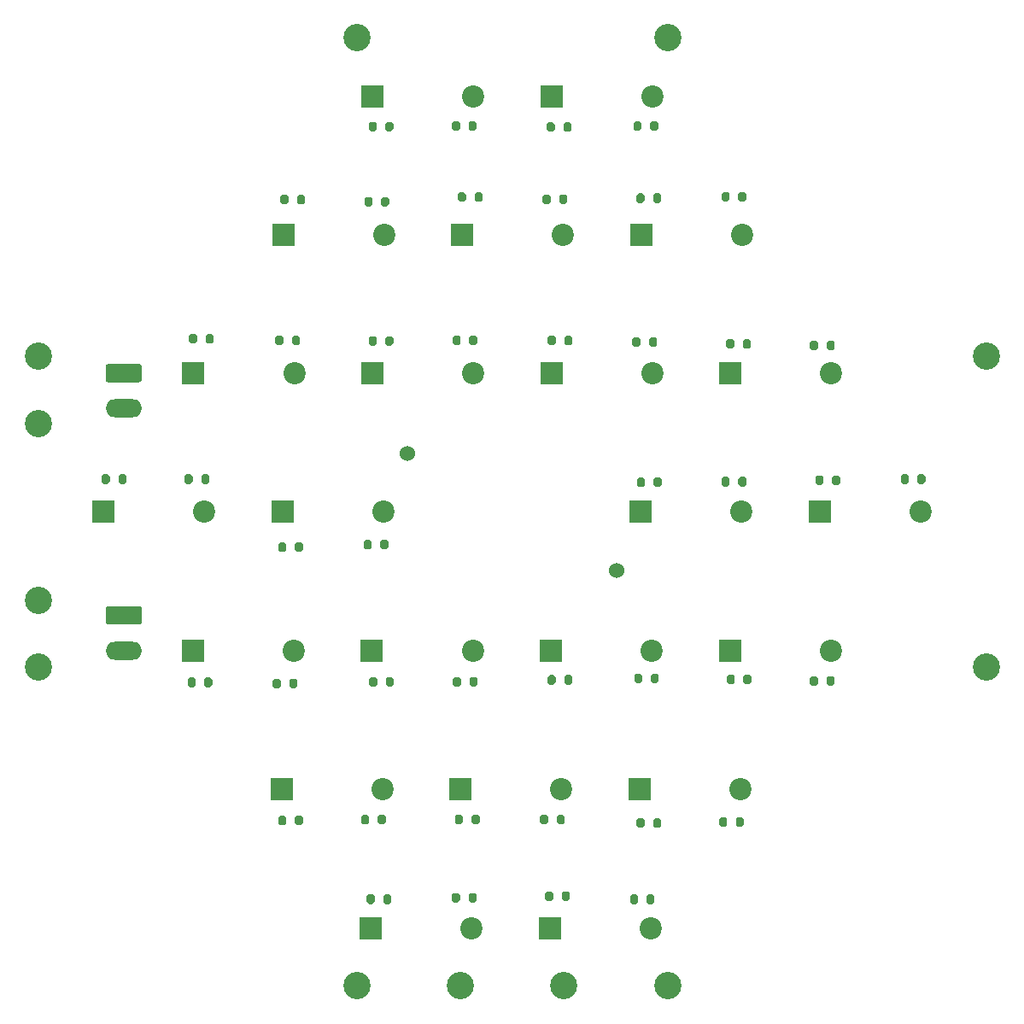
<source format=gbr>
%TF.GenerationSoftware,KiCad,Pcbnew,5.1.10*%
%TF.CreationDate,2021-07-04T18:02:09+02:00*%
%TF.ProjectId,test_16,74657374-5f31-4362-9e6b-696361645f70,0.1*%
%TF.SameCoordinates,Original*%
%TF.FileFunction,Soldermask,Top*%
%TF.FilePolarity,Negative*%
%FSLAX46Y46*%
G04 Gerber Fmt 4.6, Leading zero omitted, Abs format (unit mm)*
G04 Created by KiCad (PCBNEW 5.1.10) date 2021-07-04 18:02:09*
%MOMM*%
%LPD*%
G01*
G04 APERTURE LIST*
%ADD10C,1.524000*%
%ADD11R,2.200000X2.200000*%
%ADD12C,2.200000*%
%ADD13O,3.600000X1.800000*%
%ADD14C,2.700000*%
G04 APERTURE END LIST*
D10*
%TO.C,D1*%
X410362593Y-255788495D03*
X389637407Y-244211505D03*
%TD*%
D11*
%TO.C,LS3*%
X403750000Y-291250000D03*
D12*
X413750000Y-291250000D03*
%TD*%
D11*
%TO.C,LS7*%
X421600000Y-263750000D03*
D12*
X431600000Y-263750000D03*
%TD*%
D11*
%TO.C,LS6*%
X412650000Y-277500000D03*
D12*
X422650000Y-277500000D03*
%TD*%
D11*
%TO.C,LS5*%
X386000000Y-291250000D03*
D12*
X396000000Y-291250000D03*
%TD*%
D11*
%TO.C,LS2*%
X430500000Y-250000000D03*
D12*
X440500000Y-250000000D03*
%TD*%
D11*
%TO.C,LS1*%
X403850000Y-263750000D03*
D12*
X413850000Y-263750000D03*
%TD*%
D11*
%TO.C,LS4*%
X394900000Y-277500000D03*
D12*
X404900000Y-277500000D03*
%TD*%
D11*
%TO.C,LS10*%
X412750000Y-250000000D03*
D12*
X422750000Y-250000000D03*
%TD*%
D11*
%TO.C,LS9*%
X386100000Y-263750000D03*
D12*
X396100000Y-263750000D03*
%TD*%
D11*
%TO.C,LS8*%
X377150000Y-277500000D03*
D12*
X387150000Y-277500000D03*
%TD*%
D11*
%TO.C,LS22*%
X412800000Y-222500000D03*
D12*
X422800000Y-222500000D03*
%TD*%
D11*
%TO.C,LS21*%
X421650000Y-236250000D03*
D12*
X431650000Y-236250000D03*
%TD*%
D11*
%TO.C,LS16*%
X368350000Y-263750000D03*
D12*
X378350000Y-263750000D03*
%TD*%
D11*
%TO.C,LS13*%
X395050000Y-222500000D03*
D12*
X405050000Y-222500000D03*
%TD*%
D11*
%TO.C,LS12*%
X403900000Y-236250000D03*
D12*
X413900000Y-236250000D03*
%TD*%
D11*
%TO.C,LS11*%
X377250000Y-250000000D03*
D12*
X387250000Y-250000000D03*
%TD*%
D11*
%TO.C,LS20*%
X377300000Y-222500000D03*
D12*
X387300000Y-222500000D03*
%TD*%
D11*
%TO.C,LS19*%
X386150000Y-236250000D03*
D12*
X396150000Y-236250000D03*
%TD*%
D11*
%TO.C,LS18*%
X359500000Y-250000000D03*
D12*
X369500000Y-250000000D03*
%TD*%
D11*
%TO.C,LS15*%
X368400000Y-236250000D03*
D12*
X378400000Y-236250000D03*
%TD*%
D11*
%TO.C,LS14*%
X403900000Y-208800000D03*
D12*
X413900000Y-208800000D03*
%TD*%
D11*
%TO.C,LS17*%
X386150000Y-208800000D03*
D12*
X396150000Y-208800000D03*
%TD*%
D13*
%TO.C,J2*%
X361500000Y-239750000D03*
G36*
G01*
X359950000Y-235350000D02*
X363050000Y-235350000D01*
G75*
G02*
X363300000Y-235600000I0J-250000D01*
G01*
X363300000Y-236900000D01*
G75*
G02*
X363050000Y-237150000I-250000J0D01*
G01*
X359950000Y-237150000D01*
G75*
G02*
X359700000Y-236900000I0J250000D01*
G01*
X359700000Y-235600000D01*
G75*
G02*
X359950000Y-235350000I250000J0D01*
G01*
G37*
%TD*%
%TO.C,R40*%
G36*
G01*
X386150000Y-218975000D02*
X386150000Y-219525000D01*
G75*
G02*
X385950000Y-219725000I-200000J0D01*
G01*
X385550000Y-219725000D01*
G75*
G02*
X385350000Y-219525000I0J200000D01*
G01*
X385350000Y-218975000D01*
G75*
G02*
X385550000Y-218775000I200000J0D01*
G01*
X385950000Y-218775000D01*
G75*
G02*
X386150000Y-218975000I0J-200000D01*
G01*
G37*
G36*
G01*
X387800000Y-218975000D02*
X387800000Y-219525000D01*
G75*
G02*
X387600000Y-219725000I-200000J0D01*
G01*
X387200000Y-219725000D01*
G75*
G02*
X387000000Y-219525000I0J200000D01*
G01*
X387000000Y-218975000D01*
G75*
G02*
X387200000Y-218775000I200000J0D01*
G01*
X387600000Y-218775000D01*
G75*
G02*
X387800000Y-218975000I0J-200000D01*
G01*
G37*
%TD*%
%TO.C,R39*%
G36*
G01*
X394900000Y-232725000D02*
X394900000Y-233275000D01*
G75*
G02*
X394700000Y-233475000I-200000J0D01*
G01*
X394300000Y-233475000D01*
G75*
G02*
X394100000Y-233275000I0J200000D01*
G01*
X394100000Y-232725000D01*
G75*
G02*
X394300000Y-232525000I200000J0D01*
G01*
X394700000Y-232525000D01*
G75*
G02*
X394900000Y-232725000I0J-200000D01*
G01*
G37*
G36*
G01*
X396550000Y-232725000D02*
X396550000Y-233275000D01*
G75*
G02*
X396350000Y-233475000I-200000J0D01*
G01*
X395950000Y-233475000D01*
G75*
G02*
X395750000Y-233275000I0J200000D01*
G01*
X395750000Y-232725000D01*
G75*
G02*
X395950000Y-232525000I200000J0D01*
G01*
X396350000Y-232525000D01*
G75*
G02*
X396550000Y-232725000I0J-200000D01*
G01*
G37*
%TD*%
%TO.C,R38*%
G36*
G01*
X368325000Y-246475000D02*
X368325000Y-247025000D01*
G75*
G02*
X368125000Y-247225000I-200000J0D01*
G01*
X367725000Y-247225000D01*
G75*
G02*
X367525000Y-247025000I0J200000D01*
G01*
X367525000Y-246475000D01*
G75*
G02*
X367725000Y-246275000I200000J0D01*
G01*
X368125000Y-246275000D01*
G75*
G02*
X368325000Y-246475000I0J-200000D01*
G01*
G37*
G36*
G01*
X369975000Y-246475000D02*
X369975000Y-247025000D01*
G75*
G02*
X369775000Y-247225000I-200000J0D01*
G01*
X369375000Y-247225000D01*
G75*
G02*
X369175000Y-247025000I0J200000D01*
G01*
X369175000Y-246475000D01*
G75*
G02*
X369375000Y-246275000I200000J0D01*
G01*
X369775000Y-246275000D01*
G75*
G02*
X369975000Y-246475000I0J-200000D01*
G01*
G37*
%TD*%
%TO.C,R36*%
G36*
G01*
X377075000Y-266725000D02*
X377075000Y-267275000D01*
G75*
G02*
X376875000Y-267475000I-200000J0D01*
G01*
X376475000Y-267475000D01*
G75*
G02*
X376275000Y-267275000I0J200000D01*
G01*
X376275000Y-266725000D01*
G75*
G02*
X376475000Y-266525000I200000J0D01*
G01*
X376875000Y-266525000D01*
G75*
G02*
X377075000Y-266725000I0J-200000D01*
G01*
G37*
G36*
G01*
X378725000Y-266725000D02*
X378725000Y-267275000D01*
G75*
G02*
X378525000Y-267475000I-200000J0D01*
G01*
X378125000Y-267475000D01*
G75*
G02*
X377925000Y-267275000I0J200000D01*
G01*
X377925000Y-266725000D01*
G75*
G02*
X378125000Y-266525000I200000J0D01*
G01*
X378525000Y-266525000D01*
G75*
G02*
X378725000Y-266725000I0J-200000D01*
G01*
G37*
%TD*%
%TO.C,R35*%
G36*
G01*
X377325000Y-232725000D02*
X377325000Y-233275000D01*
G75*
G02*
X377125000Y-233475000I-200000J0D01*
G01*
X376725000Y-233475000D01*
G75*
G02*
X376525000Y-233275000I0J200000D01*
G01*
X376525000Y-232725000D01*
G75*
G02*
X376725000Y-232525000I200000J0D01*
G01*
X377125000Y-232525000D01*
G75*
G02*
X377325000Y-232725000I0J-200000D01*
G01*
G37*
G36*
G01*
X378975000Y-232725000D02*
X378975000Y-233275000D01*
G75*
G02*
X378775000Y-233475000I-200000J0D01*
G01*
X378375000Y-233475000D01*
G75*
G02*
X378175000Y-233275000I0J200000D01*
G01*
X378175000Y-232725000D01*
G75*
G02*
X378375000Y-232525000I200000J0D01*
G01*
X378775000Y-232525000D01*
G75*
G02*
X378975000Y-232725000I0J-200000D01*
G01*
G37*
%TD*%
%TO.C,R34*%
G36*
G01*
X412825000Y-211475000D02*
X412825000Y-212025000D01*
G75*
G02*
X412625000Y-212225000I-200000J0D01*
G01*
X412225000Y-212225000D01*
G75*
G02*
X412025000Y-212025000I0J200000D01*
G01*
X412025000Y-211475000D01*
G75*
G02*
X412225000Y-211275000I200000J0D01*
G01*
X412625000Y-211275000D01*
G75*
G02*
X412825000Y-211475000I0J-200000D01*
G01*
G37*
G36*
G01*
X414475000Y-211475000D02*
X414475000Y-212025000D01*
G75*
G02*
X414275000Y-212225000I-200000J0D01*
G01*
X413875000Y-212225000D01*
G75*
G02*
X413675000Y-212025000I0J200000D01*
G01*
X413675000Y-211475000D01*
G75*
G02*
X413875000Y-211275000I200000J0D01*
G01*
X414275000Y-211275000D01*
G75*
G02*
X414475000Y-211475000I0J-200000D01*
G01*
G37*
%TD*%
%TO.C,R33*%
G36*
G01*
X403825000Y-218725000D02*
X403825000Y-219275000D01*
G75*
G02*
X403625000Y-219475000I-200000J0D01*
G01*
X403225000Y-219475000D01*
G75*
G02*
X403025000Y-219275000I0J200000D01*
G01*
X403025000Y-218725000D01*
G75*
G02*
X403225000Y-218525000I200000J0D01*
G01*
X403625000Y-218525000D01*
G75*
G02*
X403825000Y-218725000I0J-200000D01*
G01*
G37*
G36*
G01*
X405475000Y-218725000D02*
X405475000Y-219275000D01*
G75*
G02*
X405275000Y-219475000I-200000J0D01*
G01*
X404875000Y-219475000D01*
G75*
G02*
X404675000Y-219275000I0J200000D01*
G01*
X404675000Y-218725000D01*
G75*
G02*
X404875000Y-218525000I200000J0D01*
G01*
X405275000Y-218525000D01*
G75*
G02*
X405475000Y-218725000I0J-200000D01*
G01*
G37*
%TD*%
%TO.C,R32*%
G36*
G01*
X412725000Y-232875000D02*
X412725000Y-233425000D01*
G75*
G02*
X412525000Y-233625000I-200000J0D01*
G01*
X412125000Y-233625000D01*
G75*
G02*
X411925000Y-233425000I0J200000D01*
G01*
X411925000Y-232875000D01*
G75*
G02*
X412125000Y-232675000I200000J0D01*
G01*
X412525000Y-232675000D01*
G75*
G02*
X412725000Y-232875000I0J-200000D01*
G01*
G37*
G36*
G01*
X414375000Y-232875000D02*
X414375000Y-233425000D01*
G75*
G02*
X414175000Y-233625000I-200000J0D01*
G01*
X413775000Y-233625000D01*
G75*
G02*
X413575000Y-233425000I0J200000D01*
G01*
X413575000Y-232875000D01*
G75*
G02*
X413775000Y-232675000I200000J0D01*
G01*
X414175000Y-232675000D01*
G75*
G02*
X414375000Y-232875000I0J-200000D01*
G01*
G37*
%TD*%
%TO.C,R31*%
G36*
G01*
X386075000Y-252975000D02*
X386075000Y-253525000D01*
G75*
G02*
X385875000Y-253725000I-200000J0D01*
G01*
X385475000Y-253725000D01*
G75*
G02*
X385275000Y-253525000I0J200000D01*
G01*
X385275000Y-252975000D01*
G75*
G02*
X385475000Y-252775000I200000J0D01*
G01*
X385875000Y-252775000D01*
G75*
G02*
X386075000Y-252975000I0J-200000D01*
G01*
G37*
G36*
G01*
X387725000Y-252975000D02*
X387725000Y-253525000D01*
G75*
G02*
X387525000Y-253725000I-200000J0D01*
G01*
X387125000Y-253725000D01*
G75*
G02*
X386925000Y-253525000I0J200000D01*
G01*
X386925000Y-252975000D01*
G75*
G02*
X387125000Y-252775000I200000J0D01*
G01*
X387525000Y-252775000D01*
G75*
G02*
X387725000Y-252975000I0J-200000D01*
G01*
G37*
%TD*%
%TO.C,R30*%
G36*
G01*
X378675000Y-219325000D02*
X378675000Y-218775000D01*
G75*
G02*
X378875000Y-218575000I200000J0D01*
G01*
X379275000Y-218575000D01*
G75*
G02*
X379475000Y-218775000I0J-200000D01*
G01*
X379475000Y-219325000D01*
G75*
G02*
X379275000Y-219525000I-200000J0D01*
G01*
X378875000Y-219525000D01*
G75*
G02*
X378675000Y-219325000I0J200000D01*
G01*
G37*
G36*
G01*
X377025000Y-219325000D02*
X377025000Y-218775000D01*
G75*
G02*
X377225000Y-218575000I200000J0D01*
G01*
X377625000Y-218575000D01*
G75*
G02*
X377825000Y-218775000I0J-200000D01*
G01*
X377825000Y-219325000D01*
G75*
G02*
X377625000Y-219525000I-200000J0D01*
G01*
X377225000Y-219525000D01*
G75*
G02*
X377025000Y-219325000I0J200000D01*
G01*
G37*
%TD*%
%TO.C,R29*%
G36*
G01*
X387425000Y-233325000D02*
X387425000Y-232775000D01*
G75*
G02*
X387625000Y-232575000I200000J0D01*
G01*
X388025000Y-232575000D01*
G75*
G02*
X388225000Y-232775000I0J-200000D01*
G01*
X388225000Y-233325000D01*
G75*
G02*
X388025000Y-233525000I-200000J0D01*
G01*
X387625000Y-233525000D01*
G75*
G02*
X387425000Y-233325000I0J200000D01*
G01*
G37*
G36*
G01*
X385775000Y-233325000D02*
X385775000Y-232775000D01*
G75*
G02*
X385975000Y-232575000I200000J0D01*
G01*
X386375000Y-232575000D01*
G75*
G02*
X386575000Y-232775000I0J-200000D01*
G01*
X386575000Y-233325000D01*
G75*
G02*
X386375000Y-233525000I-200000J0D01*
G01*
X385975000Y-233525000D01*
G75*
G02*
X385775000Y-233325000I0J200000D01*
G01*
G37*
%TD*%
%TO.C,R28*%
G36*
G01*
X360975000Y-247025000D02*
X360975000Y-246475000D01*
G75*
G02*
X361175000Y-246275000I200000J0D01*
G01*
X361575000Y-246275000D01*
G75*
G02*
X361775000Y-246475000I0J-200000D01*
G01*
X361775000Y-247025000D01*
G75*
G02*
X361575000Y-247225000I-200000J0D01*
G01*
X361175000Y-247225000D01*
G75*
G02*
X360975000Y-247025000I0J200000D01*
G01*
G37*
G36*
G01*
X359325000Y-247025000D02*
X359325000Y-246475000D01*
G75*
G02*
X359525000Y-246275000I200000J0D01*
G01*
X359925000Y-246275000D01*
G75*
G02*
X360125000Y-246475000I0J-200000D01*
G01*
X360125000Y-247025000D01*
G75*
G02*
X359925000Y-247225000I-200000J0D01*
G01*
X359525000Y-247225000D01*
G75*
G02*
X359325000Y-247025000I0J200000D01*
G01*
G37*
%TD*%
%TO.C,R26*%
G36*
G01*
X369475000Y-267175000D02*
X369475000Y-266625000D01*
G75*
G02*
X369675000Y-266425000I200000J0D01*
G01*
X370075000Y-266425000D01*
G75*
G02*
X370275000Y-266625000I0J-200000D01*
G01*
X370275000Y-267175000D01*
G75*
G02*
X370075000Y-267375000I-200000J0D01*
G01*
X369675000Y-267375000D01*
G75*
G02*
X369475000Y-267175000I0J200000D01*
G01*
G37*
G36*
G01*
X367825000Y-267175000D02*
X367825000Y-266625000D01*
G75*
G02*
X368025000Y-266425000I200000J0D01*
G01*
X368425000Y-266425000D01*
G75*
G02*
X368625000Y-266625000I0J-200000D01*
G01*
X368625000Y-267175000D01*
G75*
G02*
X368425000Y-267375000I-200000J0D01*
G01*
X368025000Y-267375000D01*
G75*
G02*
X367825000Y-267175000I0J200000D01*
G01*
G37*
%TD*%
%TO.C,R25*%
G36*
G01*
X369625000Y-233125000D02*
X369625000Y-232575000D01*
G75*
G02*
X369825000Y-232375000I200000J0D01*
G01*
X370225000Y-232375000D01*
G75*
G02*
X370425000Y-232575000I0J-200000D01*
G01*
X370425000Y-233125000D01*
G75*
G02*
X370225000Y-233325000I-200000J0D01*
G01*
X369825000Y-233325000D01*
G75*
G02*
X369625000Y-233125000I0J200000D01*
G01*
G37*
G36*
G01*
X367975000Y-233125000D02*
X367975000Y-232575000D01*
G75*
G02*
X368175000Y-232375000I200000J0D01*
G01*
X368575000Y-232375000D01*
G75*
G02*
X368775000Y-232575000I0J-200000D01*
G01*
X368775000Y-233125000D01*
G75*
G02*
X368575000Y-233325000I-200000J0D01*
G01*
X368175000Y-233325000D01*
G75*
G02*
X367975000Y-233125000I0J200000D01*
G01*
G37*
%TD*%
%TO.C,R24*%
G36*
G01*
X405075000Y-212125000D02*
X405075000Y-211575000D01*
G75*
G02*
X405275000Y-211375000I200000J0D01*
G01*
X405675000Y-211375000D01*
G75*
G02*
X405875000Y-211575000I0J-200000D01*
G01*
X405875000Y-212125000D01*
G75*
G02*
X405675000Y-212325000I-200000J0D01*
G01*
X405275000Y-212325000D01*
G75*
G02*
X405075000Y-212125000I0J200000D01*
G01*
G37*
G36*
G01*
X403425000Y-212125000D02*
X403425000Y-211575000D01*
G75*
G02*
X403625000Y-211375000I200000J0D01*
G01*
X404025000Y-211375000D01*
G75*
G02*
X404225000Y-211575000I0J-200000D01*
G01*
X404225000Y-212125000D01*
G75*
G02*
X404025000Y-212325000I-200000J0D01*
G01*
X403625000Y-212325000D01*
G75*
G02*
X403425000Y-212125000I0J200000D01*
G01*
G37*
%TD*%
%TO.C,R23*%
G36*
G01*
X396275000Y-219075000D02*
X396275000Y-218525000D01*
G75*
G02*
X396475000Y-218325000I200000J0D01*
G01*
X396875000Y-218325000D01*
G75*
G02*
X397075000Y-218525000I0J-200000D01*
G01*
X397075000Y-219075000D01*
G75*
G02*
X396875000Y-219275000I-200000J0D01*
G01*
X396475000Y-219275000D01*
G75*
G02*
X396275000Y-219075000I0J200000D01*
G01*
G37*
G36*
G01*
X394625000Y-219075000D02*
X394625000Y-218525000D01*
G75*
G02*
X394825000Y-218325000I200000J0D01*
G01*
X395225000Y-218325000D01*
G75*
G02*
X395425000Y-218525000I0J-200000D01*
G01*
X395425000Y-219075000D01*
G75*
G02*
X395225000Y-219275000I-200000J0D01*
G01*
X394825000Y-219275000D01*
G75*
G02*
X394625000Y-219075000I0J200000D01*
G01*
G37*
%TD*%
%TO.C,R22*%
G36*
G01*
X405175000Y-233275000D02*
X405175000Y-232725000D01*
G75*
G02*
X405375000Y-232525000I200000J0D01*
G01*
X405775000Y-232525000D01*
G75*
G02*
X405975000Y-232725000I0J-200000D01*
G01*
X405975000Y-233275000D01*
G75*
G02*
X405775000Y-233475000I-200000J0D01*
G01*
X405375000Y-233475000D01*
G75*
G02*
X405175000Y-233275000I0J200000D01*
G01*
G37*
G36*
G01*
X403525000Y-233275000D02*
X403525000Y-232725000D01*
G75*
G02*
X403725000Y-232525000I200000J0D01*
G01*
X404125000Y-232525000D01*
G75*
G02*
X404325000Y-232725000I0J-200000D01*
G01*
X404325000Y-233275000D01*
G75*
G02*
X404125000Y-233475000I-200000J0D01*
G01*
X403725000Y-233475000D01*
G75*
G02*
X403525000Y-233275000I0J200000D01*
G01*
G37*
%TD*%
%TO.C,R21*%
G36*
G01*
X378475000Y-253775000D02*
X378475000Y-253225000D01*
G75*
G02*
X378675000Y-253025000I200000J0D01*
G01*
X379075000Y-253025000D01*
G75*
G02*
X379275000Y-253225000I0J-200000D01*
G01*
X379275000Y-253775000D01*
G75*
G02*
X379075000Y-253975000I-200000J0D01*
G01*
X378675000Y-253975000D01*
G75*
G02*
X378475000Y-253775000I0J200000D01*
G01*
G37*
G36*
G01*
X376825000Y-253775000D02*
X376825000Y-253225000D01*
G75*
G02*
X377025000Y-253025000I200000J0D01*
G01*
X377425000Y-253025000D01*
G75*
G02*
X377625000Y-253225000I0J-200000D01*
G01*
X377625000Y-253775000D01*
G75*
G02*
X377425000Y-253975000I-200000J0D01*
G01*
X377025000Y-253975000D01*
G75*
G02*
X376825000Y-253775000I0J200000D01*
G01*
G37*
%TD*%
%TO.C,R37*%
G36*
G01*
X394825000Y-211475000D02*
X394825000Y-212025000D01*
G75*
G02*
X394625000Y-212225000I-200000J0D01*
G01*
X394225000Y-212225000D01*
G75*
G02*
X394025000Y-212025000I0J200000D01*
G01*
X394025000Y-211475000D01*
G75*
G02*
X394225000Y-211275000I200000J0D01*
G01*
X394625000Y-211275000D01*
G75*
G02*
X394825000Y-211475000I0J-200000D01*
G01*
G37*
G36*
G01*
X396475000Y-211475000D02*
X396475000Y-212025000D01*
G75*
G02*
X396275000Y-212225000I-200000J0D01*
G01*
X395875000Y-212225000D01*
G75*
G02*
X395675000Y-212025000I0J200000D01*
G01*
X395675000Y-211475000D01*
G75*
G02*
X395875000Y-211275000I200000J0D01*
G01*
X396275000Y-211275000D01*
G75*
G02*
X396475000Y-211475000I0J-200000D01*
G01*
G37*
%TD*%
%TO.C,R20*%
G36*
G01*
X421575000Y-246725000D02*
X421575000Y-247275000D01*
G75*
G02*
X421375000Y-247475000I-200000J0D01*
G01*
X420975000Y-247475000D01*
G75*
G02*
X420775000Y-247275000I0J200000D01*
G01*
X420775000Y-246725000D01*
G75*
G02*
X420975000Y-246525000I200000J0D01*
G01*
X421375000Y-246525000D01*
G75*
G02*
X421575000Y-246725000I0J-200000D01*
G01*
G37*
G36*
G01*
X423225000Y-246725000D02*
X423225000Y-247275000D01*
G75*
G02*
X423025000Y-247475000I-200000J0D01*
G01*
X422625000Y-247475000D01*
G75*
G02*
X422425000Y-247275000I0J200000D01*
G01*
X422425000Y-246725000D01*
G75*
G02*
X422625000Y-246525000I200000J0D01*
G01*
X423025000Y-246525000D01*
G75*
G02*
X423225000Y-246725000I0J-200000D01*
G01*
G37*
%TD*%
%TO.C,R19*%
G36*
G01*
X394925000Y-266575000D02*
X394925000Y-267125000D01*
G75*
G02*
X394725000Y-267325000I-200000J0D01*
G01*
X394325000Y-267325000D01*
G75*
G02*
X394125000Y-267125000I0J200000D01*
G01*
X394125000Y-266575000D01*
G75*
G02*
X394325000Y-266375000I200000J0D01*
G01*
X394725000Y-266375000D01*
G75*
G02*
X394925000Y-266575000I0J-200000D01*
G01*
G37*
G36*
G01*
X396575000Y-266575000D02*
X396575000Y-267125000D01*
G75*
G02*
X396375000Y-267325000I-200000J0D01*
G01*
X395975000Y-267325000D01*
G75*
G02*
X395775000Y-267125000I0J200000D01*
G01*
X395775000Y-266575000D01*
G75*
G02*
X395975000Y-266375000I200000J0D01*
G01*
X396375000Y-266375000D01*
G75*
G02*
X396575000Y-266575000I0J-200000D01*
G01*
G37*
%TD*%
%TO.C,R18*%
G36*
G01*
X385825000Y-280225000D02*
X385825000Y-280775000D01*
G75*
G02*
X385625000Y-280975000I-200000J0D01*
G01*
X385225000Y-280975000D01*
G75*
G02*
X385025000Y-280775000I0J200000D01*
G01*
X385025000Y-280225000D01*
G75*
G02*
X385225000Y-280025000I200000J0D01*
G01*
X385625000Y-280025000D01*
G75*
G02*
X385825000Y-280225000I0J-200000D01*
G01*
G37*
G36*
G01*
X387475000Y-280225000D02*
X387475000Y-280775000D01*
G75*
G02*
X387275000Y-280975000I-200000J0D01*
G01*
X386875000Y-280975000D01*
G75*
G02*
X386675000Y-280775000I0J200000D01*
G01*
X386675000Y-280225000D01*
G75*
G02*
X386875000Y-280025000I200000J0D01*
G01*
X387275000Y-280025000D01*
G75*
G02*
X387475000Y-280225000I0J-200000D01*
G01*
G37*
%TD*%
%TO.C,R17*%
G36*
G01*
X430325000Y-266475000D02*
X430325000Y-267025000D01*
G75*
G02*
X430125000Y-267225000I-200000J0D01*
G01*
X429725000Y-267225000D01*
G75*
G02*
X429525000Y-267025000I0J200000D01*
G01*
X429525000Y-266475000D01*
G75*
G02*
X429725000Y-266275000I200000J0D01*
G01*
X430125000Y-266275000D01*
G75*
G02*
X430325000Y-266475000I0J-200000D01*
G01*
G37*
G36*
G01*
X431975000Y-266475000D02*
X431975000Y-267025000D01*
G75*
G02*
X431775000Y-267225000I-200000J0D01*
G01*
X431375000Y-267225000D01*
G75*
G02*
X431175000Y-267025000I0J200000D01*
G01*
X431175000Y-266475000D01*
G75*
G02*
X431375000Y-266275000I200000J0D01*
G01*
X431775000Y-266275000D01*
G75*
G02*
X431975000Y-266475000I0J-200000D01*
G01*
G37*
%TD*%
%TO.C,R16*%
G36*
G01*
X421325000Y-280475000D02*
X421325000Y-281025000D01*
G75*
G02*
X421125000Y-281225000I-200000J0D01*
G01*
X420725000Y-281225000D01*
G75*
G02*
X420525000Y-281025000I0J200000D01*
G01*
X420525000Y-280475000D01*
G75*
G02*
X420725000Y-280275000I200000J0D01*
G01*
X421125000Y-280275000D01*
G75*
G02*
X421325000Y-280475000I0J-200000D01*
G01*
G37*
G36*
G01*
X422975000Y-280475000D02*
X422975000Y-281025000D01*
G75*
G02*
X422775000Y-281225000I-200000J0D01*
G01*
X422375000Y-281225000D01*
G75*
G02*
X422175000Y-281025000I0J200000D01*
G01*
X422175000Y-280475000D01*
G75*
G02*
X422375000Y-280275000I200000J0D01*
G01*
X422775000Y-280275000D01*
G75*
G02*
X422975000Y-280475000I0J-200000D01*
G01*
G37*
%TD*%
%TO.C,R15*%
G36*
G01*
X394825000Y-287975000D02*
X394825000Y-288525000D01*
G75*
G02*
X394625000Y-288725000I-200000J0D01*
G01*
X394225000Y-288725000D01*
G75*
G02*
X394025000Y-288525000I0J200000D01*
G01*
X394025000Y-287975000D01*
G75*
G02*
X394225000Y-287775000I200000J0D01*
G01*
X394625000Y-287775000D01*
G75*
G02*
X394825000Y-287975000I0J-200000D01*
G01*
G37*
G36*
G01*
X396475000Y-287975000D02*
X396475000Y-288525000D01*
G75*
G02*
X396275000Y-288725000I-200000J0D01*
G01*
X395875000Y-288725000D01*
G75*
G02*
X395675000Y-288525000I0J200000D01*
G01*
X395675000Y-287975000D01*
G75*
G02*
X395875000Y-287775000I200000J0D01*
G01*
X396275000Y-287775000D01*
G75*
G02*
X396475000Y-287975000I0J-200000D01*
G01*
G37*
%TD*%
%TO.C,R14*%
G36*
G01*
X403575000Y-280225000D02*
X403575000Y-280775000D01*
G75*
G02*
X403375000Y-280975000I-200000J0D01*
G01*
X402975000Y-280975000D01*
G75*
G02*
X402775000Y-280775000I0J200000D01*
G01*
X402775000Y-280225000D01*
G75*
G02*
X402975000Y-280025000I200000J0D01*
G01*
X403375000Y-280025000D01*
G75*
G02*
X403575000Y-280225000I0J-200000D01*
G01*
G37*
G36*
G01*
X405225000Y-280225000D02*
X405225000Y-280775000D01*
G75*
G02*
X405025000Y-280975000I-200000J0D01*
G01*
X404625000Y-280975000D01*
G75*
G02*
X404425000Y-280775000I0J200000D01*
G01*
X404425000Y-280225000D01*
G75*
G02*
X404625000Y-280025000I200000J0D01*
G01*
X405025000Y-280025000D01*
G75*
G02*
X405225000Y-280225000I0J-200000D01*
G01*
G37*
%TD*%
%TO.C,R13*%
G36*
G01*
X412475000Y-288125000D02*
X412475000Y-288675000D01*
G75*
G02*
X412275000Y-288875000I-200000J0D01*
G01*
X411875000Y-288875000D01*
G75*
G02*
X411675000Y-288675000I0J200000D01*
G01*
X411675000Y-288125000D01*
G75*
G02*
X411875000Y-287925000I200000J0D01*
G01*
X412275000Y-287925000D01*
G75*
G02*
X412475000Y-288125000I0J-200000D01*
G01*
G37*
G36*
G01*
X414125000Y-288125000D02*
X414125000Y-288675000D01*
G75*
G02*
X413925000Y-288875000I-200000J0D01*
G01*
X413525000Y-288875000D01*
G75*
G02*
X413325000Y-288675000I0J200000D01*
G01*
X413325000Y-288125000D01*
G75*
G02*
X413525000Y-287925000I200000J0D01*
G01*
X413925000Y-287925000D01*
G75*
G02*
X414125000Y-288125000I0J-200000D01*
G01*
G37*
%TD*%
%TO.C,R12*%
G36*
G01*
X439325000Y-246475000D02*
X439325000Y-247025000D01*
G75*
G02*
X439125000Y-247225000I-200000J0D01*
G01*
X438725000Y-247225000D01*
G75*
G02*
X438525000Y-247025000I0J200000D01*
G01*
X438525000Y-246475000D01*
G75*
G02*
X438725000Y-246275000I200000J0D01*
G01*
X439125000Y-246275000D01*
G75*
G02*
X439325000Y-246475000I0J-200000D01*
G01*
G37*
G36*
G01*
X440975000Y-246475000D02*
X440975000Y-247025000D01*
G75*
G02*
X440775000Y-247225000I-200000J0D01*
G01*
X440375000Y-247225000D01*
G75*
G02*
X440175000Y-247025000I0J200000D01*
G01*
X440175000Y-246475000D01*
G75*
G02*
X440375000Y-246275000I200000J0D01*
G01*
X440775000Y-246275000D01*
G75*
G02*
X440975000Y-246475000I0J-200000D01*
G01*
G37*
%TD*%
%TO.C,R11*%
G36*
G01*
X412900000Y-266225000D02*
X412900000Y-266775000D01*
G75*
G02*
X412700000Y-266975000I-200000J0D01*
G01*
X412300000Y-266975000D01*
G75*
G02*
X412100000Y-266775000I0J200000D01*
G01*
X412100000Y-266225000D01*
G75*
G02*
X412300000Y-266025000I200000J0D01*
G01*
X412700000Y-266025000D01*
G75*
G02*
X412900000Y-266225000I0J-200000D01*
G01*
G37*
G36*
G01*
X414550000Y-266225000D02*
X414550000Y-266775000D01*
G75*
G02*
X414350000Y-266975000I-200000J0D01*
G01*
X413950000Y-266975000D01*
G75*
G02*
X413750000Y-266775000I0J200000D01*
G01*
X413750000Y-266225000D01*
G75*
G02*
X413950000Y-266025000I200000J0D01*
G01*
X414350000Y-266025000D01*
G75*
G02*
X414550000Y-266225000I0J-200000D01*
G01*
G37*
%TD*%
%TO.C,R44*%
G36*
G01*
X421575000Y-218475000D02*
X421575000Y-219025000D01*
G75*
G02*
X421375000Y-219225000I-200000J0D01*
G01*
X420975000Y-219225000D01*
G75*
G02*
X420775000Y-219025000I0J200000D01*
G01*
X420775000Y-218475000D01*
G75*
G02*
X420975000Y-218275000I200000J0D01*
G01*
X421375000Y-218275000D01*
G75*
G02*
X421575000Y-218475000I0J-200000D01*
G01*
G37*
G36*
G01*
X423225000Y-218475000D02*
X423225000Y-219025000D01*
G75*
G02*
X423025000Y-219225000I-200000J0D01*
G01*
X422625000Y-219225000D01*
G75*
G02*
X422425000Y-219025000I0J200000D01*
G01*
X422425000Y-218475000D01*
G75*
G02*
X422625000Y-218275000I200000J0D01*
G01*
X423025000Y-218275000D01*
G75*
G02*
X423225000Y-218475000I0J-200000D01*
G01*
G37*
%TD*%
%TO.C,R43*%
G36*
G01*
X430325000Y-233225000D02*
X430325000Y-233775000D01*
G75*
G02*
X430125000Y-233975000I-200000J0D01*
G01*
X429725000Y-233975000D01*
G75*
G02*
X429525000Y-233775000I0J200000D01*
G01*
X429525000Y-233225000D01*
G75*
G02*
X429725000Y-233025000I200000J0D01*
G01*
X430125000Y-233025000D01*
G75*
G02*
X430325000Y-233225000I0J-200000D01*
G01*
G37*
G36*
G01*
X431975000Y-233225000D02*
X431975000Y-233775000D01*
G75*
G02*
X431775000Y-233975000I-200000J0D01*
G01*
X431375000Y-233975000D01*
G75*
G02*
X431175000Y-233775000I0J200000D01*
G01*
X431175000Y-233225000D01*
G75*
G02*
X431375000Y-233025000I200000J0D01*
G01*
X431775000Y-233025000D01*
G75*
G02*
X431975000Y-233225000I0J-200000D01*
G01*
G37*
%TD*%
%TO.C,R27*%
G36*
G01*
X387425000Y-212075000D02*
X387425000Y-211525000D01*
G75*
G02*
X387625000Y-211325000I200000J0D01*
G01*
X388025000Y-211325000D01*
G75*
G02*
X388225000Y-211525000I0J-200000D01*
G01*
X388225000Y-212075000D01*
G75*
G02*
X388025000Y-212275000I-200000J0D01*
G01*
X387625000Y-212275000D01*
G75*
G02*
X387425000Y-212075000I0J200000D01*
G01*
G37*
G36*
G01*
X385775000Y-212075000D02*
X385775000Y-211525000D01*
G75*
G02*
X385975000Y-211325000I200000J0D01*
G01*
X386375000Y-211325000D01*
G75*
G02*
X386575000Y-211525000I0J-200000D01*
G01*
X386575000Y-212075000D01*
G75*
G02*
X386375000Y-212275000I-200000J0D01*
G01*
X385975000Y-212275000D01*
G75*
G02*
X385775000Y-212075000I0J200000D01*
G01*
G37*
%TD*%
%TO.C,R10*%
G36*
G01*
X414025000Y-247325000D02*
X414025000Y-246775000D01*
G75*
G02*
X414225000Y-246575000I200000J0D01*
G01*
X414625000Y-246575000D01*
G75*
G02*
X414825000Y-246775000I0J-200000D01*
G01*
X414825000Y-247325000D01*
G75*
G02*
X414625000Y-247525000I-200000J0D01*
G01*
X414225000Y-247525000D01*
G75*
G02*
X414025000Y-247325000I0J200000D01*
G01*
G37*
G36*
G01*
X412375000Y-247325000D02*
X412375000Y-246775000D01*
G75*
G02*
X412575000Y-246575000I200000J0D01*
G01*
X412975000Y-246575000D01*
G75*
G02*
X413175000Y-246775000I0J-200000D01*
G01*
X413175000Y-247325000D01*
G75*
G02*
X412975000Y-247525000I-200000J0D01*
G01*
X412575000Y-247525000D01*
G75*
G02*
X412375000Y-247325000I0J200000D01*
G01*
G37*
%TD*%
%TO.C,R9*%
G36*
G01*
X387475000Y-267125000D02*
X387475000Y-266575000D01*
G75*
G02*
X387675000Y-266375000I200000J0D01*
G01*
X388075000Y-266375000D01*
G75*
G02*
X388275000Y-266575000I0J-200000D01*
G01*
X388275000Y-267125000D01*
G75*
G02*
X388075000Y-267325000I-200000J0D01*
G01*
X387675000Y-267325000D01*
G75*
G02*
X387475000Y-267125000I0J200000D01*
G01*
G37*
G36*
G01*
X385825000Y-267125000D02*
X385825000Y-266575000D01*
G75*
G02*
X386025000Y-266375000I200000J0D01*
G01*
X386425000Y-266375000D01*
G75*
G02*
X386625000Y-266575000I0J-200000D01*
G01*
X386625000Y-267125000D01*
G75*
G02*
X386425000Y-267325000I-200000J0D01*
G01*
X386025000Y-267325000D01*
G75*
G02*
X385825000Y-267125000I0J200000D01*
G01*
G37*
%TD*%
%TO.C,R8*%
G36*
G01*
X378475000Y-280875000D02*
X378475000Y-280325000D01*
G75*
G02*
X378675000Y-280125000I200000J0D01*
G01*
X379075000Y-280125000D01*
G75*
G02*
X379275000Y-280325000I0J-200000D01*
G01*
X379275000Y-280875000D01*
G75*
G02*
X379075000Y-281075000I-200000J0D01*
G01*
X378675000Y-281075000D01*
G75*
G02*
X378475000Y-280875000I0J200000D01*
G01*
G37*
G36*
G01*
X376825000Y-280875000D02*
X376825000Y-280325000D01*
G75*
G02*
X377025000Y-280125000I200000J0D01*
G01*
X377425000Y-280125000D01*
G75*
G02*
X377625000Y-280325000I0J-200000D01*
G01*
X377625000Y-280875000D01*
G75*
G02*
X377425000Y-281075000I-200000J0D01*
G01*
X377025000Y-281075000D01*
G75*
G02*
X376825000Y-280875000I0J200000D01*
G01*
G37*
%TD*%
%TO.C,R7*%
G36*
G01*
X422925000Y-266875000D02*
X422925000Y-266325000D01*
G75*
G02*
X423125000Y-266125000I200000J0D01*
G01*
X423525000Y-266125000D01*
G75*
G02*
X423725000Y-266325000I0J-200000D01*
G01*
X423725000Y-266875000D01*
G75*
G02*
X423525000Y-267075000I-200000J0D01*
G01*
X423125000Y-267075000D01*
G75*
G02*
X422925000Y-266875000I0J200000D01*
G01*
G37*
G36*
G01*
X421275000Y-266875000D02*
X421275000Y-266325000D01*
G75*
G02*
X421475000Y-266125000I200000J0D01*
G01*
X421875000Y-266125000D01*
G75*
G02*
X422075000Y-266325000I0J-200000D01*
G01*
X422075000Y-266875000D01*
G75*
G02*
X421875000Y-267075000I-200000J0D01*
G01*
X421475000Y-267075000D01*
G75*
G02*
X421275000Y-266875000I0J200000D01*
G01*
G37*
%TD*%
%TO.C,R6*%
G36*
G01*
X413975000Y-281125000D02*
X413975000Y-280575000D01*
G75*
G02*
X414175000Y-280375000I200000J0D01*
G01*
X414575000Y-280375000D01*
G75*
G02*
X414775000Y-280575000I0J-200000D01*
G01*
X414775000Y-281125000D01*
G75*
G02*
X414575000Y-281325000I-200000J0D01*
G01*
X414175000Y-281325000D01*
G75*
G02*
X413975000Y-281125000I0J200000D01*
G01*
G37*
G36*
G01*
X412325000Y-281125000D02*
X412325000Y-280575000D01*
G75*
G02*
X412525000Y-280375000I200000J0D01*
G01*
X412925000Y-280375000D01*
G75*
G02*
X413125000Y-280575000I0J-200000D01*
G01*
X413125000Y-281125000D01*
G75*
G02*
X412925000Y-281325000I-200000J0D01*
G01*
X412525000Y-281325000D01*
G75*
G02*
X412325000Y-281125000I0J200000D01*
G01*
G37*
%TD*%
%TO.C,R5*%
G36*
G01*
X387225000Y-288675000D02*
X387225000Y-288125000D01*
G75*
G02*
X387425000Y-287925000I200000J0D01*
G01*
X387825000Y-287925000D01*
G75*
G02*
X388025000Y-288125000I0J-200000D01*
G01*
X388025000Y-288675000D01*
G75*
G02*
X387825000Y-288875000I-200000J0D01*
G01*
X387425000Y-288875000D01*
G75*
G02*
X387225000Y-288675000I0J200000D01*
G01*
G37*
G36*
G01*
X385575000Y-288675000D02*
X385575000Y-288125000D01*
G75*
G02*
X385775000Y-287925000I200000J0D01*
G01*
X386175000Y-287925000D01*
G75*
G02*
X386375000Y-288125000I0J-200000D01*
G01*
X386375000Y-288675000D01*
G75*
G02*
X386175000Y-288875000I-200000J0D01*
G01*
X385775000Y-288875000D01*
G75*
G02*
X385575000Y-288675000I0J200000D01*
G01*
G37*
%TD*%
%TO.C,R4*%
G36*
G01*
X395975000Y-280775000D02*
X395975000Y-280225000D01*
G75*
G02*
X396175000Y-280025000I200000J0D01*
G01*
X396575000Y-280025000D01*
G75*
G02*
X396775000Y-280225000I0J-200000D01*
G01*
X396775000Y-280775000D01*
G75*
G02*
X396575000Y-280975000I-200000J0D01*
G01*
X396175000Y-280975000D01*
G75*
G02*
X395975000Y-280775000I0J200000D01*
G01*
G37*
G36*
G01*
X394325000Y-280775000D02*
X394325000Y-280225000D01*
G75*
G02*
X394525000Y-280025000I200000J0D01*
G01*
X394925000Y-280025000D01*
G75*
G02*
X395125000Y-280225000I0J-200000D01*
G01*
X395125000Y-280775000D01*
G75*
G02*
X394925000Y-280975000I-200000J0D01*
G01*
X394525000Y-280975000D01*
G75*
G02*
X394325000Y-280775000I0J200000D01*
G01*
G37*
%TD*%
%TO.C,R3*%
G36*
G01*
X404925000Y-288375000D02*
X404925000Y-287825000D01*
G75*
G02*
X405125000Y-287625000I200000J0D01*
G01*
X405525000Y-287625000D01*
G75*
G02*
X405725000Y-287825000I0J-200000D01*
G01*
X405725000Y-288375000D01*
G75*
G02*
X405525000Y-288575000I-200000J0D01*
G01*
X405125000Y-288575000D01*
G75*
G02*
X404925000Y-288375000I0J200000D01*
G01*
G37*
G36*
G01*
X403275000Y-288375000D02*
X403275000Y-287825000D01*
G75*
G02*
X403475000Y-287625000I200000J0D01*
G01*
X403875000Y-287625000D01*
G75*
G02*
X404075000Y-287825000I0J-200000D01*
G01*
X404075000Y-288375000D01*
G75*
G02*
X403875000Y-288575000I-200000J0D01*
G01*
X403475000Y-288575000D01*
G75*
G02*
X403275000Y-288375000I0J200000D01*
G01*
G37*
%TD*%
%TO.C,R2*%
G36*
G01*
X431725000Y-247125000D02*
X431725000Y-246575000D01*
G75*
G02*
X431925000Y-246375000I200000J0D01*
G01*
X432325000Y-246375000D01*
G75*
G02*
X432525000Y-246575000I0J-200000D01*
G01*
X432525000Y-247125000D01*
G75*
G02*
X432325000Y-247325000I-200000J0D01*
G01*
X431925000Y-247325000D01*
G75*
G02*
X431725000Y-247125000I0J200000D01*
G01*
G37*
G36*
G01*
X430075000Y-247125000D02*
X430075000Y-246575000D01*
G75*
G02*
X430275000Y-246375000I200000J0D01*
G01*
X430675000Y-246375000D01*
G75*
G02*
X430875000Y-246575000I0J-200000D01*
G01*
X430875000Y-247125000D01*
G75*
G02*
X430675000Y-247325000I-200000J0D01*
G01*
X430275000Y-247325000D01*
G75*
G02*
X430075000Y-247125000I0J200000D01*
G01*
G37*
%TD*%
%TO.C,R1*%
G36*
G01*
X405175000Y-266925000D02*
X405175000Y-266375000D01*
G75*
G02*
X405375000Y-266175000I200000J0D01*
G01*
X405775000Y-266175000D01*
G75*
G02*
X405975000Y-266375000I0J-200000D01*
G01*
X405975000Y-266925000D01*
G75*
G02*
X405775000Y-267125000I-200000J0D01*
G01*
X405375000Y-267125000D01*
G75*
G02*
X405175000Y-266925000I0J200000D01*
G01*
G37*
G36*
G01*
X403525000Y-266925000D02*
X403525000Y-266375000D01*
G75*
G02*
X403725000Y-266175000I200000J0D01*
G01*
X404125000Y-266175000D01*
G75*
G02*
X404325000Y-266375000I0J-200000D01*
G01*
X404325000Y-266925000D01*
G75*
G02*
X404125000Y-267125000I-200000J0D01*
G01*
X403725000Y-267125000D01*
G75*
G02*
X403525000Y-266925000I0J200000D01*
G01*
G37*
%TD*%
%TO.C,R42*%
G36*
G01*
X413975000Y-219175000D02*
X413975000Y-218625000D01*
G75*
G02*
X414175000Y-218425000I200000J0D01*
G01*
X414575000Y-218425000D01*
G75*
G02*
X414775000Y-218625000I0J-200000D01*
G01*
X414775000Y-219175000D01*
G75*
G02*
X414575000Y-219375000I-200000J0D01*
G01*
X414175000Y-219375000D01*
G75*
G02*
X413975000Y-219175000I0J200000D01*
G01*
G37*
G36*
G01*
X412325000Y-219175000D02*
X412325000Y-218625000D01*
G75*
G02*
X412525000Y-218425000I200000J0D01*
G01*
X412925000Y-218425000D01*
G75*
G02*
X413125000Y-218625000I0J-200000D01*
G01*
X413125000Y-219175000D01*
G75*
G02*
X412925000Y-219375000I-200000J0D01*
G01*
X412525000Y-219375000D01*
G75*
G02*
X412325000Y-219175000I0J200000D01*
G01*
G37*
%TD*%
%TO.C,R41*%
G36*
G01*
X422875000Y-233625000D02*
X422875000Y-233075000D01*
G75*
G02*
X423075000Y-232875000I200000J0D01*
G01*
X423475000Y-232875000D01*
G75*
G02*
X423675000Y-233075000I0J-200000D01*
G01*
X423675000Y-233625000D01*
G75*
G02*
X423475000Y-233825000I-200000J0D01*
G01*
X423075000Y-233825000D01*
G75*
G02*
X422875000Y-233625000I0J200000D01*
G01*
G37*
G36*
G01*
X421225000Y-233625000D02*
X421225000Y-233075000D01*
G75*
G02*
X421425000Y-232875000I200000J0D01*
G01*
X421825000Y-232875000D01*
G75*
G02*
X422025000Y-233075000I0J-200000D01*
G01*
X422025000Y-233625000D01*
G75*
G02*
X421825000Y-233825000I-200000J0D01*
G01*
X421425000Y-233825000D01*
G75*
G02*
X421225000Y-233625000I0J200000D01*
G01*
G37*
%TD*%
%TO.C,J1*%
X361500000Y-263750000D03*
G36*
G01*
X359950000Y-259350000D02*
X363050000Y-259350000D01*
G75*
G02*
X363300000Y-259600000I0J-250000D01*
G01*
X363300000Y-260900000D01*
G75*
G02*
X363050000Y-261150000I-250000J0D01*
G01*
X359950000Y-261150000D01*
G75*
G02*
X359700000Y-260900000I0J250000D01*
G01*
X359700000Y-259600000D01*
G75*
G02*
X359950000Y-259350000I250000J0D01*
G01*
G37*
%TD*%
D14*
%TO.C,H12*%
X394866666Y-297000000D03*
%TD*%
%TO.C,H11*%
X405133332Y-297000000D03*
%TD*%
%TO.C,H10*%
X384600000Y-203000000D03*
%TD*%
%TO.C,H9*%
X415400000Y-297000000D03*
%TD*%
%TO.C,H8*%
X447000000Y-234600000D03*
%TD*%
%TO.C,H7*%
X447000000Y-265400000D03*
%TD*%
%TO.C,H6*%
X353000000Y-258736250D03*
%TD*%
%TO.C,H5*%
X353000000Y-241263750D03*
%TD*%
%TO.C,H4*%
X384600000Y-297000000D03*
%TD*%
%TO.C,H3*%
X353000000Y-265400000D03*
%TD*%
%TO.C,H2*%
X415400000Y-203000000D03*
%TD*%
%TO.C,H1*%
X353000000Y-234600000D03*
%TD*%
M02*

</source>
